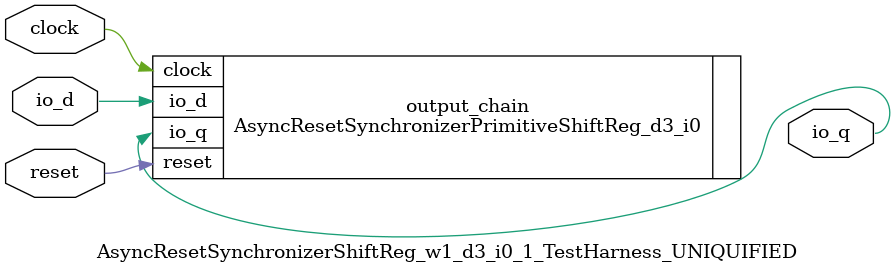
<source format=sv>
module AsyncResetSynchronizerShiftReg_w1_d3_i0_1_TestHarness_UNIQUIFIED(	// @[generators/rocket-chip/src/main/scala/util/SynchronizerReg.scala:80:7]
  input  clock,	// @[generators/rocket-chip/src/main/scala/util/SynchronizerReg.scala:80:7]
  input  reset,	// @[generators/rocket-chip/src/main/scala/util/SynchronizerReg.scala:80:7]
  input  io_d,	// @[generators/rocket-chip/src/main/scala/util/ShiftReg.scala:36:14]
  output io_q	// @[generators/rocket-chip/src/main/scala/util/ShiftReg.scala:36:14]
);

  AsyncResetSynchronizerPrimitiveShiftReg_d3_i0 output_chain (	// @[generators/rocket-chip/src/main/scala/util/ShiftReg.scala:45:23]
    .clock (clock),
    .reset (reset),
    .io_d  (io_d),
    .io_q  (io_q)
  );	// @[generators/rocket-chip/src/main/scala/util/ShiftReg.scala:45:23]
endmodule


</source>
